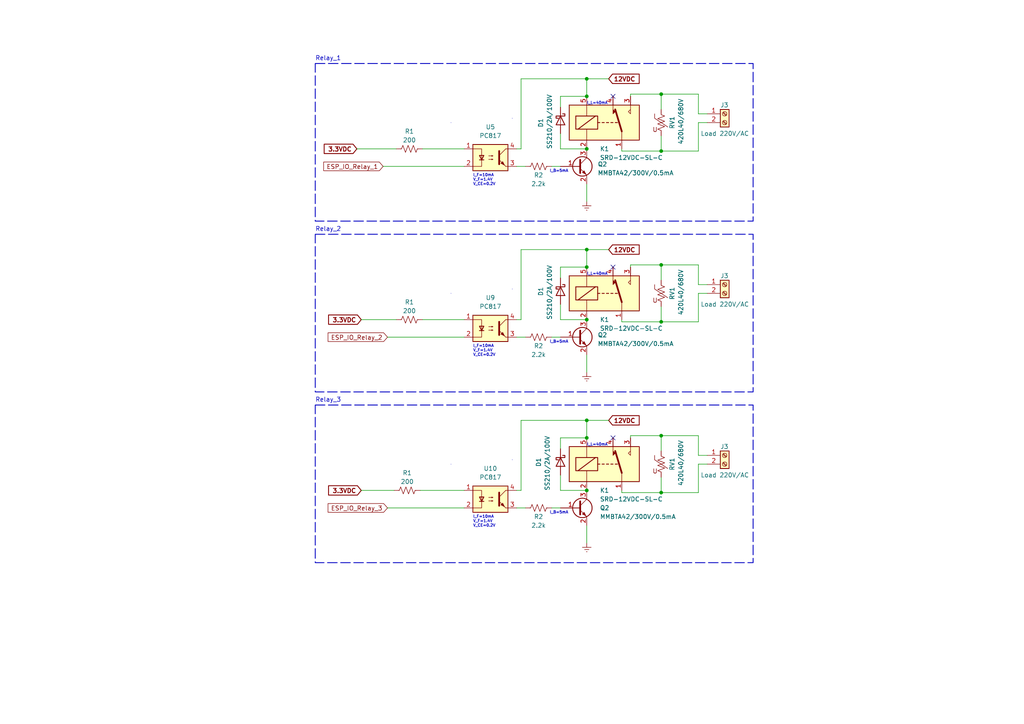
<source format=kicad_sch>
(kicad_sch (version 20230121) (generator eeschema)
  (paper "A4")
  (lib_symbols
    (symbol "Connector:Screw_Terminal_01x02" (pin_names (offset 1.016) hide)
      (property "Reference" "J" (at 0 2.54 0))
      (property "Value" "Screw_Terminal_01x02" (at 0 -5.08 0))
      (symbol "Screw_Terminal_01x02_1_1"
        (rectangle (start -1.27 1.27) (end 1.27 -3.81) (stroke (width 0.254)) (fill (type background)))
        (circle (center 0 -2.54) (radius 0.635) (stroke (width 0.1524)))
        (polyline (pts (xy -0.5334 -2.2098) (xy 0.3302 -3.048)) (stroke (width 0.1524)))
        (polyline (pts (xy -0.5334 0.3302) (xy 0.3302 -0.508)) (stroke (width 0.1524)))
        (polyline (pts (xy -0.3556 -2.032) (xy 0.508 -2.8702)) (stroke (width 0.1524)))
        (polyline (pts (xy -0.3556 0.508) (xy 0.508 -0.3302)) (stroke (width 0.1524)))
        (circle (center 0 0) (radius 0.635) (stroke (width 0.1524)))
        (pin passive line (at -5.08 0 0) (length 3.81) (name "Pin_1") (number "1"))
        (pin passive line (at -5.08 -2.54 0) (length 3.81) (name "Pin_2") (number "2"))
      )
    )
    (symbol "Device:D_Schottky" (pin_numbers hide) (pin_names (offset 1.016) hide)
      (property "Reference" "D" (at 0 2.54 0))
      (property "Value" "D_Schottky" (at 0 -2.54 0))
      (symbol "D_Schottky_0_1"
        (polyline (pts (xy 1.27 0) (xy -1.27 0)))
        (polyline (pts (xy 1.27 1.27) (xy 1.27 -1.27) (xy -1.27 0) (xy 1.27 1.27)) (stroke (width 0.254)))
        (polyline (pts (xy -1.905 0.635) (xy -1.905 1.27) (xy -1.27 1.27) (xy -1.27 -1.27) (xy -0.635 -1.27) (xy -0.635 -0.635)) (stroke (width 0.254)))
      )
      (symbol "D_Schottky_1_1"
        (pin passive line (at -3.81 0 0) (length 2.54) (name "K") (number "1"))
        (pin passive line (at 3.81 0 180) (length 2.54) (name "A") (number "2"))
      )
    )
    (symbol "Device:R_US" (pin_numbers hide) (pin_names (offset 0))
      (property "Reference" "R" (at 2.54 0 90))
      (property "Value" "R_US" (at -2.54 0 90))
      (symbol "R_US_0_1"
        (polyline (pts (xy 0 -2.286) (xy 0 -2.54)))
        (polyline (pts (xy 0 2.286) (xy 0 2.54)))
        (polyline (pts (xy 0 -0.762) (xy 1.016 -1.143) (xy 0 -1.524) (xy -1.016 -1.905) (xy 0 -2.286)))
        (polyline (pts (xy 0 0.762) (xy 1.016 0.381) (xy 0 0) (xy -1.016 -0.381) (xy 0 -0.762)))
        (polyline (pts (xy 0 2.286) (xy 1.016 1.905) (xy 0 1.524) (xy -1.016 1.143) (xy 0 0.762)))
      )
      (symbol "R_US_1_1"
        (pin passive line (at 0 3.81 270) (length 1.27) (name "~") (number "1"))
        (pin passive line (at 0 -3.81 90) (length 1.27) (name "~") (number "2"))
      )
    )
    (symbol "Device:Varistor_US" (pin_numbers hide) (pin_names (offset 0))
      (property "Reference" "RV" (at 3.175 0 90))
      (property "Value" "Varistor_US" (at -3.175 0 90))
      (symbol "Varistor_US_0_0"
        (text "U" (at -1.778 -2.032 0) (effects (font (size 1.27 1.27))))
      )
      (symbol "Varistor_US_0_1"
        (polyline (pts (xy 0 -2.286) (xy 0 -2.54)))
        (polyline (pts (xy 0 2.286) (xy 0 2.54)))
        (polyline (pts (xy -1.905 2.54) (xy -1.905 1.27) (xy 1.905 -1.27)))
        (polyline (pts (xy 0 -0.762) (xy 1.016 -1.143) (xy 0 -1.524) (xy -1.016 -1.905) (xy 0 -2.286)))
        (polyline (pts (xy 0 0.762) (xy 1.016 0.381) (xy 0 0) (xy -1.016 -0.381) (xy 0 -0.762)))
        (polyline (pts (xy 0 2.286) (xy 1.016 1.905) (xy 0 1.524) (xy -1.016 1.143) (xy 0 0.762)))
      )
      (symbol "Varistor_US_1_1"
        (pin passive line (at 0 3.81 270) (length 1.27) (name "~") (number "1"))
        (pin passive line (at 0 -3.81 90) (length 1.27) (name "~") (number "2"))
      )
    )
    (symbol "Isolator:PC817" (pin_names (offset 1.016))
      (property "Reference" "U" (at -5.08 5.08 0))
      (property "Value" "PC817" (at 0 5.08 0))
      (symbol "PC817_0_1"
        (rectangle (start -5.08 3.81) (end 5.08 -3.81) (stroke (width 0.254)) (fill (type background)))
        (polyline (pts (xy -3.175 -0.635) (xy -1.905 -0.635)) (stroke (width 0.254)))
        (polyline (pts (xy 2.54 0.635) (xy 4.445 2.54)))
        (polyline (pts (xy 4.445 -2.54) (xy 2.54 -0.635)) (fill (type outline)))
        (polyline (pts (xy 4.445 -2.54) (xy 5.08 -2.54)))
        (polyline (pts (xy 4.445 2.54) (xy 5.08 2.54)))
        (polyline (pts (xy -5.08 2.54) (xy -2.54 2.54) (xy -2.54 -0.635)))
        (polyline (pts (xy -2.54 -0.635) (xy -2.54 -2.54) (xy -5.08 -2.54)))
        (polyline (pts (xy 2.54 1.905) (xy 2.54 -1.905) (xy 2.54 -1.905)) (stroke (width 0.508)))
        (polyline (pts (xy -2.54 -0.635) (xy -3.175 0.635) (xy -1.905 0.635) (xy -2.54 -0.635)) (stroke (width 0.254)))
        (polyline (pts (xy -0.508 -0.508) (xy 0.762 -0.508) (xy 0.381 -0.635) (xy 0.381 -0.381) (xy 0.762 -0.508)))
        (polyline (pts (xy -0.508 0.508) (xy 0.762 0.508) (xy 0.381 0.381) (xy 0.381 0.635) (xy 0.762 0.508)))
        (polyline (pts (xy 3.048 -1.651) (xy 3.556 -1.143) (xy 4.064 -2.159) (xy 3.048 -1.651) (xy 3.048 -1.651)) (fill (type outline)))
      )
      (symbol "PC817_1_1"
        (pin passive line (at -7.62 2.54 0) (length 2.54) (name "~") (number "1"))
        (pin passive line (at -7.62 -2.54 0) (length 2.54) (name "~") (number "2"))
        (pin passive line (at 7.62 -2.54 180) (length 2.54) (name "~") (number "3"))
        (pin passive line (at 7.62 2.54 180) (length 2.54) (name "~") (number "4"))
      )
    )
    (symbol "Relay:SANYOU_SRD_Form_C"
      (property "Reference" "K" (at 11.43 3.81 0))
      (property "Value" "SANYOU_SRD_Form_C" (at 11.43 1.27 0))
      (symbol "SANYOU_SRD_Form_C_0_0"
        (polyline (pts (xy 7.62 5.08) (xy 7.62 2.54) (xy 6.985 3.175) (xy 7.62 3.81)))
      )
      (symbol "SANYOU_SRD_Form_C_0_1"
        (rectangle (start -10.16 5.08) (end 10.16 -5.08) (stroke (width 0.254)) (fill (type background)))
        (rectangle (start -8.255 1.905) (end -1.905 -1.905) (stroke (width 0.254)))
        (polyline (pts (xy -7.62 -1.905) (xy -2.54 1.905)) (stroke (width 0.254)))
        (polyline (pts (xy -5.08 -5.08) (xy -5.08 -1.905)))
        (polyline (pts (xy -5.08 5.08) (xy -5.08 1.905)))
        (polyline (pts (xy -1.905 0) (xy -1.27 0)) (stroke (width 0.254)))
        (polyline (pts (xy -0.635 0) (xy 0 0)) (stroke (width 0.254)))
        (polyline (pts (xy 0.635 0) (xy 1.27 0)) (stroke (width 0.254)))
        (polyline (pts (xy 1.905 0) (xy 2.54 0)) (stroke (width 0.254)))
        (polyline (pts (xy 3.175 0) (xy 3.81 0)) (stroke (width 0.254)))
        (polyline (pts (xy 5.08 -2.54) (xy 3.175 3.81)) (stroke (width 0.508)))
        (polyline (pts (xy 5.08 -2.54) (xy 5.08 -5.08)))
      )
      (symbol "SANYOU_SRD_Form_C_1_1"
        (polyline (pts (xy 2.54 3.81) (xy 3.175 3.175) (xy 2.54 2.54) (xy 2.54 5.08)) (fill (type outline)))
        (pin passive line (at 5.08 -7.62 90) (length 2.54) (name "~") (number "1"))
        (pin passive line (at -5.08 -7.62 90) (length 2.54) (name "~") (number "2"))
        (pin passive line (at 7.62 7.62 270) (length 2.54) (name "~") (number "3"))
        (pin passive line (at 2.54 7.62 270) (length 2.54) (name "~") (number "4"))
        (pin passive line (at -5.08 7.62 270) (length 2.54) (name "~") (number "5"))
      )
    )
    (symbol "Transistor_BJT:BC817" (pin_names (offset 0) hide)
      (property "Reference" "Q" (at 5.08 1.905 0))
      (property "Value" "BC817" (at 5.08 0 0))
      (symbol "BC817_0_1"
        (polyline (pts (xy 0.635 0.635) (xy 2.54 2.54)))
        (polyline (pts (xy 0.635 -0.635) (xy 2.54 -2.54) (xy 2.54 -2.54)))
        (polyline (pts (xy 0.635 1.905) (xy 0.635 -1.905) (xy 0.635 -1.905)) (stroke (width 0.508)))
        (polyline (pts (xy 1.27 -1.778) (xy 1.778 -1.27) (xy 2.286 -2.286) (xy 1.27 -1.778) (xy 1.27 -1.778)) (fill (type outline)))
        (circle (center 1.27 0) (radius 2.8194) (stroke (width 0.254)))
      )
      (symbol "BC817_1_1"
        (pin input line (at -5.08 0 0) (length 5.715) (name "B") (number "1"))
        (pin passive line (at 2.54 -5.08 90) (length 2.54) (name "E") (number "2"))
        (pin passive line (at 2.54 5.08 270) (length 2.54) (name "C") (number "3"))
      )
    )
    (symbol "power:Earth" (power) (pin_names (offset 0))
      (symbol "Earth_0_1"
        (polyline (pts (xy -0.635 -1.905) (xy 0.635 -1.905)))
        (polyline (pts (xy -0.127 -2.54) (xy 0.127 -2.54)))
        (polyline (pts (xy 0 -1.27) (xy 0 0)))
        (polyline (pts (xy 1.27 -1.27) (xy -1.27 -1.27)))
      )
      (symbol "Earth_1_1"
        (pin power_in line (at 0 0 270) (length 0) hide (name "Earth") (number "1"))
      )
    )
  )
  (junction (at 170.18 142.24))
  (junction (at 170.18 127))
  (junction (at 170.18 72.39))
  (junction (at 170.18 43.18))
  (junction (at 170.18 22.86))
  (junction (at 170.18 92.71))
  (junction (at 191.77 142.875))
  (junction (at 191.77 43.815))
  (junction (at 191.77 126.365))
  (junction (at 191.77 27.305))
  (junction (at 191.77 93.345))
  (junction (at 170.18 77.47))
  (junction (at 170.18 121.92))
  (junction (at 191.77 76.835))
  (junction (at 170.18 27.94))
  (no_connect (at 177.8 127))
  (no_connect (at 177.8 27.94))
  (no_connect (at 177.8 77.47))
  (wire (pts (xy 149.86 97.79) (xy 152.4 97.79)))
  (wire (pts (xy 162.56 127) (xy 162.56 130.175)))
  (wire (pts (xy 151.13 142.24) (xy 149.86 142.24)))
  (wire (pts (xy 202.565 82.55) (xy 205.105 82.55)))
  (wire (pts (xy 191.77 142.875) (xy 202.565 142.875)))
  (wire (pts (xy 151.13 72.39) (xy 151.13 92.71)))
  (wire (pts (xy 104.775 92.71) (xy 114.935 92.71)))
  (wire (pts (xy 162.56 88.265) (xy 162.56 92.71)))
  (wire (pts (xy 182.88 27.305) (xy 191.77 27.305)))
  (wire (pts (xy 202.565 134.62) (xy 205.105 134.62)))
  (wire (pts (xy 104.775 142.24) (xy 114.3 142.24)))
  (wire (pts (xy 202.565 35.56) (xy 205.105 35.56)))
  (wire (pts (xy 191.77 39.37) (xy 191.77 43.815)))
  (wire (pts (xy 151.13 72.39) (xy 170.18 72.39)))
  (wire (pts (xy 191.77 93.345) (xy 202.565 93.345)))
  (wire (pts (xy 191.77 126.365) (xy 202.565 126.365)))
  (wire (pts (xy 180.34 142.875) (xy 180.34 142.24)))
  (wire (pts (xy 180.34 93.345) (xy 180.34 92.71)))
  (wire (pts (xy 162.56 43.18) (xy 170.18 43.18)))
  (wire (pts (xy 180.34 43.815) (xy 180.34 43.18)))
  (wire (pts (xy 112.395 147.32) (xy 134.62 147.32)))
  (wire (pts (xy 162.56 77.47) (xy 170.18 77.47)))
  (wire (pts (xy 162.56 27.94) (xy 170.18 27.94)))
  (wire (pts (xy 180.34 43.815) (xy 191.77 43.815)))
  (wire (pts (xy 170.18 22.86) (xy 176.53 22.86)))
  (wire (pts (xy 149.86 48.26) (xy 152.4 48.26)))
  (wire (pts (xy 191.77 27.305) (xy 191.77 31.75)))
  (wire (pts (xy 202.565 27.305) (xy 202.565 33.02)))
  (wire (pts (xy 162.56 127) (xy 170.18 127)))
  (wire (pts (xy 111.125 48.26) (xy 134.62 48.26)))
  (wire (pts (xy 202.565 132.08) (xy 205.105 132.08)))
  (wire (pts (xy 151.13 121.92) (xy 170.18 121.92)))
  (wire (pts (xy 170.18 53.34) (xy 170.18 58.42)))
  (wire (pts (xy 170.18 72.39) (xy 176.53 72.39)))
  (wire (pts (xy 103.505 43.18) (xy 114.935 43.18)))
  (wire (pts (xy 202.565 33.02) (xy 205.105 33.02)))
  (wire (pts (xy 162.56 137.795) (xy 162.56 142.24)))
  (wire (pts (xy 191.77 76.835) (xy 191.77 81.28)))
  (wire (pts (xy 191.77 76.835) (xy 202.565 76.835)))
  (wire (pts (xy 121.92 142.24) (xy 134.62 142.24)))
  (wire (pts (xy 202.565 35.56) (xy 202.565 43.815)))
  (wire (pts (xy 162.56 92.71) (xy 170.18 92.71)))
  (wire (pts (xy 162.56 27.94) (xy 162.56 31.115)))
  (wire (pts (xy 191.77 43.815) (xy 202.565 43.815)))
  (wire (pts (xy 191.77 138.43) (xy 191.77 142.875)))
  (wire (pts (xy 170.18 22.86) (xy 170.18 27.94)))
  (wire (pts (xy 151.13 22.86) (xy 170.18 22.86)))
  (wire (pts (xy 162.56 142.24) (xy 170.18 142.24)))
  (wire (pts (xy 162.56 38.735) (xy 162.56 43.18)))
  (wire (pts (xy 182.88 76.835) (xy 191.77 76.835)))
  (wire (pts (xy 170.18 121.92) (xy 170.18 127)))
  (wire (pts (xy 202.565 76.835) (xy 202.565 82.55)))
  (wire (pts (xy 191.77 126.365) (xy 191.77 130.81)))
  (wire (pts (xy 180.34 142.875) (xy 191.77 142.875)))
  (wire (pts (xy 180.34 93.345) (xy 191.77 93.345)))
  (wire (pts (xy 170.18 121.92) (xy 176.53 121.92)))
  (wire (pts (xy 122.555 92.71) (xy 134.62 92.71)))
  (wire (pts (xy 149.86 147.32) (xy 152.4 147.32)))
  (wire (pts (xy 202.565 134.62) (xy 202.565 142.875)))
  (wire (pts (xy 151.13 121.92) (xy 151.13 142.24)))
  (wire (pts (xy 202.565 85.09) (xy 202.565 93.345)))
  (wire (pts (xy 182.88 126.365) (xy 191.77 126.365)))
  (wire (pts (xy 182.88 76.835) (xy 182.88 77.47)))
  (wire (pts (xy 151.13 92.71) (xy 149.86 92.71)))
  (wire (pts (xy 160.02 147.32) (xy 162.56 147.32)))
  (wire (pts (xy 160.02 48.26) (xy 162.56 48.26)))
  (wire (pts (xy 151.13 22.86) (xy 151.13 43.18)))
  (wire (pts (xy 170.18 102.87) (xy 170.18 107.95)))
  (wire (pts (xy 202.565 85.09) (xy 205.105 85.09)))
  (wire (pts (xy 160.02 97.79) (xy 162.56 97.79)))
  (wire (pts (xy 170.18 152.4) (xy 170.18 157.48)))
  (wire (pts (xy 202.565 126.365) (xy 202.565 132.08)))
  (wire (pts (xy 162.56 77.47) (xy 162.56 80.645)))
  (wire (pts (xy 191.77 27.305) (xy 202.565 27.305)))
  (wire (pts (xy 182.88 27.305) (xy 182.88 27.94)))
  (wire (pts (xy 151.13 43.18) (xy 149.86 43.18)))
  (wire (pts (xy 182.88 126.365) (xy 182.88 127)))
  (wire (pts (xy 170.18 72.39) (xy 170.18 77.47)))
  (wire (pts (xy 112.395 97.79) (xy 134.62 97.79)))
  (wire (pts (xy 191.77 88.9) (xy 191.77 93.345)))
  (wire (pts (xy 122.555 43.18) (xy 134.62 43.18)))
  (rectangle (start 148.59 34.29) (end 148.59 34.29))
  (rectangle (start 130.81 134.62) (end 130.81 134.62))
  (rectangle (start 91.44 67.945) (end 218.44 113.665) (stroke (width 0.254) (type dash)))
  (rectangle (start 91.44 117.475) (end 218.44 163.195) (stroke (width 0.254) (type dash)))
  (rectangle (start 130.81 85.09) (end 130.81 85.09))
  (rectangle (start 148.59 83.82) (end 148.59 83.82))
  (rectangle (start 91.44 18.415) (end 218.44 64.135) (stroke (width 0.254) (type dash)))
  (rectangle (start 148.59 133.35) (end 148.59 133.35))
  (rectangle (start 130.81 35.56) (end 130.81 35.56))
  (text "I_L=40mA" (at 170.18 30.48 0) (effects (font (size 0.8 0.8)) (justify left bottom)))
  (text "I_F=10mA\nV_F=1.4V\nV_CE=0.2V" (at 137.16 103.505 0) (effects (font (size 0.8 0.8)) (justify left bottom)))
  (text "I_B=5mA" (at 159.385 50.165 0) (effects (font (size 0.8 0.8)) (justify left bottom)))
  (text "I_L=40mA" (at 170.18 80.01 0) (effects (font (size 0.8 0.8)) (justify left bottom)))
  (text "I_L=40mA" (at 170.18 129.54 0) (effects (font (size 0.8 0.8)) (justify left bottom)))
  (text "Relay_3" (at 91.44 116.84 0) (effects (font (size 1.27 1.27)) (justify left bottom)))
  (text "Relay_2" (at 91.44 67.31 0) (effects (font (size 1.27 1.27)) (justify left bottom)))
  (text "I_B=5mA" (at 159.385 99.695 0) (effects (font (size 0.8 0.8)) (justify left bottom)))
  (text "I_F=10mA\nV_F=1.4V\nV_CE=0.2V" (at 137.16 153.035 0) (effects (font (size 0.8 0.8)) (justify left bottom)))
  (text "Relay_1" (at 91.44 17.78 0) (effects (font (size 1.27 1.27)) (justify left bottom)))
  (text "I_F=10mA\nV_F=1.4V\nV_CE=0.2V" (at 137.16 53.975 0) (effects (font (size 0.8 0.8)) (justify left bottom)))
  (text "I_B=5mA" (at 159.385 149.225 0) (effects (font (size 0.8 0.8)) (justify left bottom)))
  (global_label "12VDC" (shape input) (at 176.53 22.86 0) (effects (font (thickness 0.254) bold)) (property "Intersheetrefs" "${INTERSHEET_REFS}" (effects hide)))
  (global_label "3.3VDC" (shape input) (at 104.775 142.24 180) (effects (font (thickness 0.254) bold)) (property "Intersheetrefs" "${INTERSHEET_REFS}" (effects hide)))
  (global_label "3.3VDC" (shape input) (at 103.505 43.18 180) (effects (font (thickness 0.254) bold)) (property "Intersheetrefs" "${INTERSHEET_REFS}" (effects hide)))
  (global_label "12VDC" (shape input) (at 176.53 72.39 0) (effects (font (thickness 0.254) bold)) (property "Intersheetrefs" "${INTERSHEET_REFS}" (effects hide)))
  (global_label "ESP_IO_Relay_1" (shape input) (at 111.125 48.26 180) (property "Intersheetrefs" "${INTERSHEET_REFS}" (effects hide)))
  (global_label "ESP_IO_Relay_3" (shape input) (at 112.395 147.32 180) (property "Intersheetrefs" "${INTERSHEET_REFS}" (effects hide)))
  (global_label "ESP_IO_Relay_2" (shape input) (at 112.395 97.79 180) (property "Intersheetrefs" "${INTERSHEET_REFS}" (effects hide)))
  (global_label "3.3VDC" (shape input) (at 104.775 92.71 180) (effects (font (thickness 0.254) bold)) (property "Intersheetrefs" "${INTERSHEET_REFS}" (effects hide)))
  (global_label "12VDC" (shape input) (at 176.53 121.92 0) (effects (font (thickness 0.254) bold)) (property "Intersheetrefs" "${INTERSHEET_REFS}" (effects hide)))
  (symbol (lib_id "power:Earth") (at 170.18 157.48 0) (unit 1)
    (property "Reference" "#PWR01" (effects hide))
    (property "Value" "Earth" (effects hide))
    (instances (project "Relay_12V" (path "" (reference "#PWR01") (unit 1))) (project "Relay_Control" (path "" (reference "#PWR012") (unit 1))) (project "PIF_Lab_Internship_Project" (path "" (reference "#PWR018") (unit 1))) (project "Intership_board" (path "" (reference "#PWR08") (unit 1))))
  )
  (symbol (lib_id "Transistor_BJT:BC817") (at 167.64 97.79 0) (unit 1)
    (property "Reference" "Q2" (at 173.355 97.155 0) (effects (justify left)))
    (property "Value" "MMBTA42/300V/0.5mA" (at 173.355 99.695 0) (effects (justify left)))
    (property "Footprint" "Package_TO_SOT_SMD:SOT-23" (effects hide))
    (property "Datasheet" "https://www.onsemi.com/pub/Collateral/BC818-D.pdf" (effects hide))
    (instances (project "CH340C" (path "" (reference "Q2") (unit 1))) (project "Relay_Control" (path "" (reference "Q2") (unit 1)) (path "" (reference "Q2") (unit 1))) (project "PIF_Lab_Internship_Project" (path "" (reference "Q2") (unit 1)) (path "" (reference "Q4") (unit 1))) (project "Intership_board" (path "" (reference "Q4") (unit 1))))
  )
  (symbol (lib_id "Device:R_US") (at 156.21 147.32 90) (unit 1)
    (property "Reference" "R2" (at 156.21 149.86 90))
    (property "Value" "2.2k" (at 156.21 152.4 90))
    (property "Footprint" "Resistor_SMD:R_0805_2012Metric" (effects hide))
    (instances (project "Relay_12V" (path "" (reference "R2") (unit 1))) (project "Relay_Control" (path "" (reference "R14") (unit 1))) (project "PIF_Lab_Internship_Project" (path "" (reference "R14") (unit 1))) (project "Intership_board" (path "" (reference "R17") (unit 1))))
  )
  (symbol (lib_id "power:Earth") (at 170.18 107.95 0) (unit 1)
    (property "Reference" "#PWR01" (effects hide))
    (property "Value" "Earth" (effects hide))
    (instances (project "Relay_12V" (path "" (reference "#PWR01") (unit 1))) (project "Relay_Control" (path "" (reference "#PWR016") (unit 1))) (project "PIF_Lab_Internship_Project" (path "" (reference "#PWR017") (unit 1))) (project "Intership_board" (path "" (reference "#PWR07") (unit 1))))
  )
  (symbol (lib_id "Relay:SANYOU_SRD_Form_C") (at 175.26 134.62 0) (unit 1)
    (property "Reference" "K1" (at 173.99 142.24 0) (effects (justify left)))
    (property "Value" "SRD-12VDC-SL-C" (at 173.99 144.78 0) (effects (justify left)))
    (property "Footprint" "Relay_THT:Relay_SPDT_SANYOU_SRD_Series_Form_C" (effects hide))
    (property "Datasheet" "http://www.sanyourelay.ca/public/products/pdf/SRD.pdf" (effects hide))
    (instances (project "Relay_12V" (path "" (reference "K1") (unit 1))) (project "Relay_Control" (path "" (reference "K5") (unit 1))) (project "PIF_Lab_Internship_Project" (path "" (reference "K3") (unit 1))) (project "Intership_board" (path "" (reference "K3") (unit 1))))
  )
  (symbol (lib_id "Isolator:PC817") (at 142.24 45.72 0) (unit 1)
    (property "Reference" "U5" (at 142.24 36.83 0))
    (property "Value" "PC817" (at 142.24 39.37 0))
    (property "Footprint" "Package_DIP:DIP-4_W7.62mm" (effects hide))
    (property "Datasheet" "http://www.soselectronic.cz/a_info/resource/d/pc817.pdf" (effects hide))
    (instances (project "Relay_Control" (path "" (reference "U5") (unit 1))) (project "PIF_Lab_Internship_Project" (path "" (reference "U5") (unit 1))) (project "Intership_board" (path "" (reference "U6") (unit 1))))
  )
  (symbol (lib_id "power:Earth") (at 170.18 58.42 0) (unit 1)
    (property "Reference" "#PWR01" (effects hide))
    (property "Value" "Earth" (effects hide))
    (instances (project "Relay_12V" (path "" (reference "#PWR01") (unit 1))) (project "Relay_Control" (path "" (reference "#PWR014") (unit 1))) (project "PIF_Lab_Internship_Project" (path "" (reference "#PWR016") (unit 1))) (project "Intership_board" (path "" (reference "#PWR06") (unit 1))))
  )
  (symbol (lib_id "Device:R_US") (at 118.11 142.24 90) (unit 1)
    (property "Reference" "R1" (at 118.11 137.16 90))
    (property "Value" "200" (at 118.11 139.7 90))
    (property "Footprint" "Resistor_SMD:R_0805_2012Metric" (effects hide))
    (instances (project "Relay_12V" (path "" (reference "R1") (unit 1))) (project "Relay_Control" (path "" (reference "R11") (unit 1))) (project "PIF_Lab_Internship_Project" (path "" (reference "R13") (unit 1))) (project "Intership_board" (path "" (reference "R16") (unit 1))))
  )
  (symbol (lib_id "Device:D_Schottky") (at 162.56 133.985 270) (unit 1)
    (property "Reference" "D1" (at 156.21 132.715 0) (effects (justify left)))
    (property "Value" "SS210/2A/100V" (at 158.75 126.365 0) (effects (justify left)))
    (property "Footprint" "Diode_SMD:D_SMA" (effects hide))
    (instances (project "Relay_Control" (path "" (reference "D1") (unit 1))) (project "PIF_Lab_Internship_Project" (path "" (reference "D1") (unit 1)) (path "" (reference "D5") (unit 1))) (project "Intership_board" (path "" (reference "D6") (unit 1))))
  )
  (symbol (lib_id "Connector:Screw_Terminal_01x02") (at 210.185 132.08 0) (unit 1)
    (property "Reference" "J3" (at 208.915 129.54 0) (effects (justify left)))
    (property "Value" "Load 220V/AC" (at 203.2 137.795 0) (effects (justify left)))
    (property "Footprint" "TerminalBlock_MetzConnect:TerminalBlock_MetzConnect_Type703_RT10N02HGLU_1x02_P9.52mm_Horizontal" (effects hide))
    (instances (project "Relay_12V" (path "" (reference "J3") (unit 1))) (project "Relay_Control" (path "" (reference "J5") (unit 1))) (project "PIF_Lab_Internship_Project" (path "" (reference "J5") (unit 1))) (project "Intership_board" (path "" (reference "J7") (unit 1))))
  )
  (symbol (lib_id "Isolator:PC817") (at 142.24 95.25 0) (unit 1)
    (property "Reference" "U9" (at 142.24 86.36 0))
    (property "Value" "PC817" (at 142.24 88.9 0))
    (property "Footprint" "Package_DIP:DIP-4_W7.62mm" (effects hide))
    (property "Datasheet" "http://www.soselectronic.cz/a_info/resource/d/pc817.pdf" (effects hide))
    (instances (project "Relay_Control" (path "" (reference "U9") (unit 1))) (project "PIF_Lab_Internship_Project" (path "" (reference "U6") (unit 1))) (project "Intership_board" (path "" (reference "U7") (unit 1))))
  )
  (symbol (lib_id "Device:Varistor_US") (at 191.77 134.62 0) (unit 1)
    (property "Reference" "RV1" (at 194.945 136.525 90) (effects (justify left)))
    (property "Value" "420L40/680V" (at 197.485 140.97 90) (effects (justify left)))
    (property "Footprint" "Varistor:RV_Disc_D15.5mm_W8mm_P7.5mm" (effects hide))
    (property "Sim.Name" "kicad_builtin_varistor" (effects hide))
    (property "Sim.Device" "SUBCKT" (effects hide))
    (property "Sim.Pins" "1=A 2=B" (effects hide))
    (property "Sim.Params" "threshold=1k" (effects hide))
    (property "Sim.Library" "${KICAD7_SYMBOL_DIR}/Simulation_SPICE.sp" (effects hide))
    (instances (project "Relay_12V" (path "" (reference "RV1") (unit 1))) (project "Relay_Control" (path "" (reference "RV3") (unit 1))) (project "PIF_Lab_Internship_Project" (path "" (reference "RV3") (unit 1))) (project "HLK-10M12_220VAC_to_12VDC" (path "" (reference "RV1") (unit 1))) (project "Intership_board" (path "" (reference "RV3") (unit 1))))
  )
  (symbol (lib_id "Relay:SANYOU_SRD_Form_C") (at 175.26 35.56 0) (unit 1)
    (property "Reference" "K1" (at 173.99 43.18 0) (effects (justify left)))
    (property "Value" "SRD-12VDC-SL-C" (at 173.99 45.72 0) (effects (justify left)))
    (property "Footprint" "Relay_THT:Relay_SPDT_SANYOU_SRD_Series_Form_C" (effects hide))
    (property "Datasheet" "http://www.sanyourelay.ca/public/products/pdf/SRD.pdf" (effects hide))
  )
  (symbol (lib_id "Isolator:PC817") (at 142.24 144.78 0) (unit 1)
    (property "Reference" "U10" (at 142.24 135.89 0))
    (property "Value" "PC817" (at 142.24 138.43 0))
    (property "Footprint" "Package_DIP:DIP-4_W7.62mm" (effects hide))
    (property "Datasheet" "http://www.soselectronic.cz/a_info/resource/d/pc817.pdf" (effects hide))
    (instances (project "Relay_Control" (path "" (reference "U10") (unit 1))) (project "PIF_Lab_Internship_Project" (path "" (reference "U7") (unit 1))) (project "Intership_board" (path "" (reference "U8") (unit 1))))
  )
  (symbol (lib_id "Device:R_US") (at 156.21 97.79 90) (unit 1)
    (property "Reference" "R2" (at 156.21 100.33 90))
    (property "Value" "2.2k" (at 156.21 102.87 90))
    (property "Footprint" "Resistor_SMD:R_0805_2012Metric" (effects hide))
    (instances (project "Relay_12V" (path "" (reference "R2") (unit 1))) (project "Relay_Control" (path "" (reference "R13") (unit 1))) (project "PIF_Lab_Internship_Project" (path "" (reference "R12") (unit 1))) (project "Intership_board" (path "" (reference "R15") (unit 1))))
  )
  (symbol (lib_id "Device:Varistor_US") (at 191.77 85.09 0) (unit 1)
    (property "Reference" "RV1" (at 194.945 86.995 90) (effects (justify left)))
    (property "Value" "420L40/680V" (at 197.485 91.44 90) (effects (justify left)))
    (property "Footprint" "Varistor:RV_Disc_D15.5mm_W8mm_P7.5mm" (effects hide))
    (property "Sim.Name" "kicad_builtin_varistor" (effects hide))
    (property "Sim.Device" "SUBCKT" (effects hide))
    (property "Sim.Pins" "1=A 2=B" (effects hide))
    (property "Sim.Params" "threshold=1k" (effects hide))
    (property "Sim.Library" "${KICAD7_SYMBOL_DIR}/Simulation_SPICE.sp" (effects hide))
    (instances (project "Relay_12V" (path "" (reference "RV1") (unit 1))) (project "Relay_Control" (path "" (reference "RV2") (unit 1))) (project "PIF_Lab_Internship_Project" (path "" (reference "RV2") (unit 1))) (project "HLK-10M12_220VAC_to_12VDC" (path "" (reference "RV1") (unit 1))) (project "Intership_board" (path "" (reference "RV2") (unit 1))))
  )
  (symbol (lib_id "Device:Varistor_US") (at 191.77 35.56 0) (unit 1)
    (property "Reference" "RV1" (at 194.945 37.465 90) (effects (justify left)))
    (property "Value" "420L40/680V" (at 197.485 41.91 90) (effects (justify left)))
    (property "Footprint" "Varistor:RV_Disc_D15.5mm_W8mm_P7.5mm" (effects hide))
    (property "Sim.Name" "kicad_builtin_varistor" (effects hide))
    (property "Sim.Device" "SUBCKT" (effects hide))
    (property "Sim.Pins" "1=A 2=B" (effects hide))
    (property "Sim.Params" "threshold=1k" (effects hide))
    (property "Sim.Library" "${KICAD7_SYMBOL_DIR}/Simulation_SPICE.sp" (effects hide))
  )
  (symbol (lib_id "Device:R_US") (at 118.745 92.71 90) (unit 1)
    (property "Reference" "R1" (at 118.745 87.63 90))
    (property "Value" "200" (at 118.745 90.17 90))
    (property "Footprint" "Resistor_SMD:R_0805_2012Metric" (effects hide))
    (instances (project "Relay_12V" (path "" (reference "R1") (unit 1))) (project "Relay_Control" (path "" (reference "R10") (unit 1))) (project "PIF_Lab_Internship_Project" (path "" (reference "R11") (unit 1))) (project "Intership_board" (path "" (reference "R14") (unit 1))))
  )
  (symbol (lib_id "Device:D_Schottky") (at 162.56 84.455 270) (unit 1)
    (property "Reference" "D1" (at 156.845 83.185 0) (effects (justify left)))
    (property "Value" "SS210/2A/100V" (at 159.385 76.835 0) (effects (justify left)))
    (property "Footprint" "Diode_SMD:D_SMA" (effects hide))
    (instances (project "Relay_Control" (path "" (reference "D1") (unit 1))) (project "PIF_Lab_Internship_Project" (path "" (reference "D1") (unit 1)) (path "" (reference "D4") (unit 1))) (project "Intership_board" (path "" (reference "D5") (unit 1))))
  )
  (symbol (lib_id "Device:R_US") (at 118.745 43.18 90) (unit 1)
    (property "Reference" "R1" (at 118.745 38.1 90))
    (property "Value" "200" (at 118.745 40.64 90))
    (property "Footprint" "Resistor_SMD:R_0805_2012Metric" (effects hide))
    (instances (project "Relay_12V" (path "" (reference "R1") (unit 1))) (project "Relay_Control" (path "" (reference "R9") (unit 1))) (project "PIF_Lab_Internship_Project" (path "" (reference "R9") (unit 1))) (project "Intership_board" (path "" (reference "R12") (unit 1))))
  )
  (symbol (lib_id "Relay:SANYOU_SRD_Form_C") (at 175.26 85.09 0) (unit 1)
    (property "Reference" "K1" (at 173.99 92.71 0) (effects (justify left)))
    (property "Value" "SRD-12VDC-SL-C" (at 173.99 95.25 0) (effects (justify left)))
    (property "Footprint" "Relay_THT:Relay_SPDT_SANYOU_SRD_Series_Form_C" (effects hide))
    (property "Datasheet" "http://www.sanyourelay.ca/public/products/pdf/SRD.pdf" (effects hide))
    (instances (project "Relay_12V" (path "" (reference "K1") (unit 1))) (project "Relay_Control" (path "" (reference "K4") (unit 1))) (project "PIF_Lab_Internship_Project" (path "" (reference "K2") (unit 1))) (project "Intership_board" (path "" (reference "K2") (unit 1))))
  )
  (symbol (lib_id "Device:R_US") (at 156.21 48.26 90) (unit 1)
    (property "Reference" "R2" (at 156.21 50.8 90))
    (property "Value" "2.2k" (at 156.21 53.34 90))
    (property "Footprint" "Resistor_SMD:R_0805_2012Metric" (effects hide))
    (instances (project "Relay_12V" (path "" (reference "R2") (unit 1))) (project "Relay_Control" (path "" (reference "R12") (unit 1))) (project "PIF_Lab_Internship_Project" (path "" (reference "R10") (unit 1))) (project "Intership_board" (path "" (reference "R13") (unit 1))))
  )
  (symbol (lib_id "Transistor_BJT:BC817") (at 167.64 48.26 0) (unit 1)
    (property "Reference" "Q2" (at 173.355 47.625 0) (effects (justify left)))
    (property "Value" "MMBTA42/300V/0.5mA" (at 173.355 50.165 0) (effects (justify left)))
    (property "Footprint" "Package_TO_SOT_SMD:SOT-23" (effects hide))
    (property "Datasheet" "https://www.onsemi.com/pub/Collateral/BC818-D.pdf" (effects hide))
    (instances (project "CH340C" (path "" (reference "Q2") (unit 1))) (project "Relay_Control" (path "" (reference "Q2") (unit 1)) (path "" (reference "Q2") (unit 1))) (project "PIF_Lab_Internship_Project" (path "" (reference "Q2") (unit 1)) (path "" (reference "Q3") (unit 1))) (project "Intership_board" (path "" (reference "Q3") (unit 1))))
  )
  (symbol (lib_id "Device:D_Schottky") (at 162.56 34.925 270) (unit 1)
    (property "Reference" "D1" (at 156.845 34.29 0) (effects (justify left)))
    (property "Value" "SS210/2A/100V" (at 159.385 27.305 0) (effects (justify left)))
    (property "Footprint" "Diode_SMD:D_SMA" (effects hide))
    (instances (project "Relay_Control" (path "" (reference "D1") (unit 1))) (project "PIF_Lab_Internship_Project" (path "" (reference "D1") (unit 1)) (path "" (reference "D3") (unit 1))) (project "Intership_board" (path "" (reference "D4") (unit 1))))
  )
  (symbol (lib_id "Connector:Screw_Terminal_01x02") (at 210.185 82.55 0) (unit 1)
    (property "Reference" "J3" (at 208.915 80.01 0) (effects (justify left)))
    (property "Value" "Load 220V/AC" (at 203.2 88.265 0) (effects (justify left)))
    (property "Footprint" "TerminalBlock_MetzConnect:TerminalBlock_MetzConnect_Type703_RT10N02HGLU_1x02_P9.52mm_Horizontal" (effects hide))
    (instances (project "Relay_12V" (path "" (reference "J3") (unit 1))) (project "Relay_Control" (path "" (reference "J4") (unit 1))) (project "PIF_Lab_Internship_Project" (path "" (reference "J4") (unit 1))) (project "Intership_board" (path "" (reference "J6") (unit 1))))
  )
  (symbol (lib_id "Connector:Screw_Terminal_01x02") (at 210.185 33.02 0) (unit 1)
    (property "Reference" "J3" (at 208.915 30.48 0) (effects (justify left)))
    (property "Value" "Load 220V/AC" (at 203.2 38.735 0) (effects (justify left)))
    (property "Footprint" "TerminalBlock_MetzConnect:TerminalBlock_MetzConnect_Type703_RT10N02HGLU_1x02_P9.52mm_Horizontal" (effects hide))
    (instances (project "Relay_12V" (path "" (reference "J3") (unit 1))) (project "Relay_Control" (path "" (reference "J3") (unit 1))) (project "PIF_Lab_Internship_Project" (path "" (reference "J3") (unit 1))) (project "Intership_board" (path "" (reference "J5") (unit 1))))
  )
  (symbol (lib_id "Transistor_BJT:BC817") (at 167.64 147.32 0) (unit 1)
    (property "Reference" "Q2" (at 173.99 147.32 0) (effects (justify left)))
    (property "Value" "MMBTA42/300V/0.5mA" (at 173.99 149.86 0) (effects (justify left)))
    (property "Footprint" "Package_TO_SOT_SMD:SOT-23" (effects hide))
    (property "Datasheet" "https://www.onsemi.com/pub/Collateral/BC818-D.pdf" (effects hide))
    (instances (project "CH340C" (path "" (reference "Q2") (unit 1))) (project "Relay_Control" (path "" (reference "Q2") (unit 1)) (path "" (reference "Q2") (unit 1))) (project "PIF_Lab_Internship_Project" (path "" (reference "Q2") (unit 1)) (path "" (reference "Q5") (unit 1))) (project "Intership_board" (path "" (reference "Q5") (unit 1))))
  )
)
</source>
